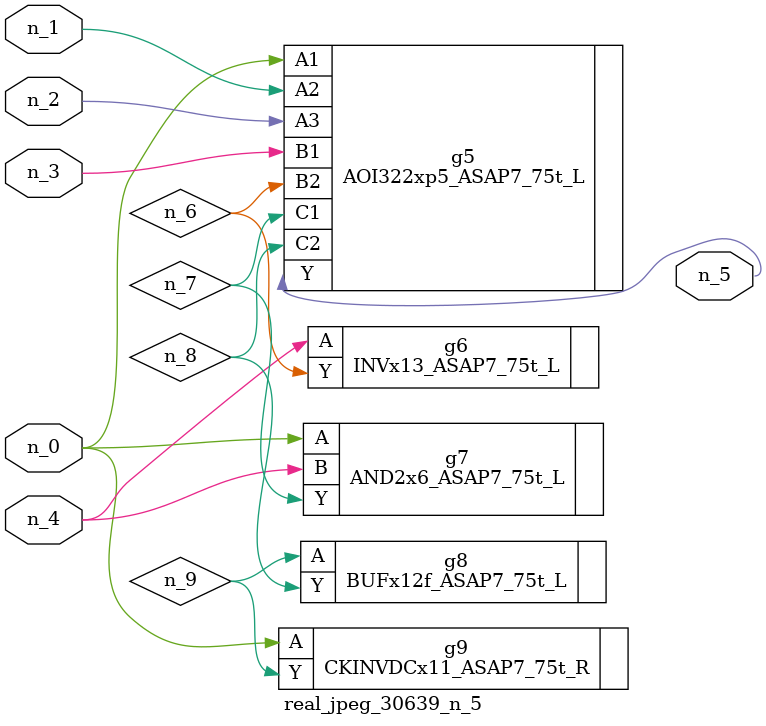
<source format=v>
module real_jpeg_30639_n_5 (n_4, n_0, n_1, n_2, n_3, n_5);

input n_4;
input n_0;
input n_1;
input n_2;
input n_3;

output n_5;

wire n_8;
wire n_6;
wire n_7;
wire n_9;

AOI322xp5_ASAP7_75t_L g5 ( 
.A1(n_0),
.A2(n_1),
.A3(n_2),
.B1(n_3),
.B2(n_6),
.C1(n_7),
.C2(n_8),
.Y(n_5)
);

AND2x6_ASAP7_75t_L g7 ( 
.A(n_0),
.B(n_4),
.Y(n_7)
);

CKINVDCx11_ASAP7_75t_R g9 ( 
.A(n_0),
.Y(n_9)
);

INVx13_ASAP7_75t_L g6 ( 
.A(n_4),
.Y(n_6)
);

BUFx12f_ASAP7_75t_L g8 ( 
.A(n_9),
.Y(n_8)
);


endmodule
</source>
